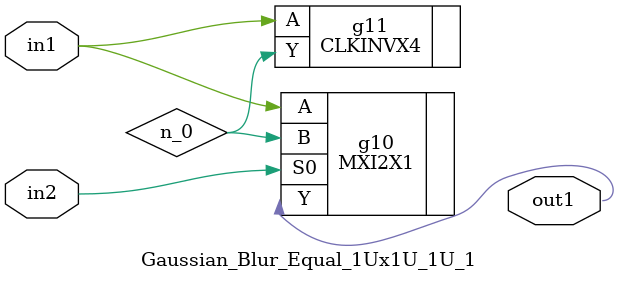
<source format=v>
`timescale 1ps / 1ps


module Gaussian_Blur_Equal_1Ux1U_1U_1(in2, in1, out1);
  input in2, in1;
  output out1;
  wire in2, in1;
  wire out1;
  wire n_0;
  MXI2X1 g10(.A (in1), .B (n_0), .S0 (in2), .Y (out1));
  CLKINVX4 g11(.A (in1), .Y (n_0));
endmodule



</source>
